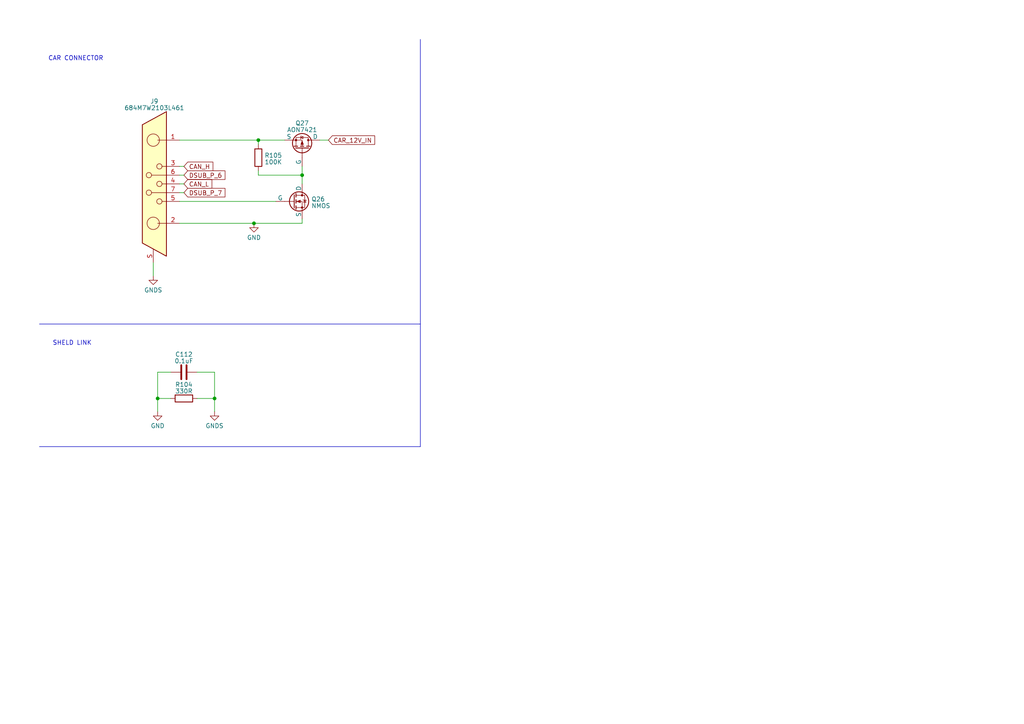
<source format=kicad_sch>
(kicad_sch (version 20230121) (generator eeschema)
  (paper "A4")
  (lib_symbols
    (symbol "CARTHING:D7P_Receptacle" (pin_names (offset 1.016) hide)
      (property "Reference" "J" (at 0.508 21.59 0))
      (property "Value" "D7P_Receptacle" (at 5.08 0 90))
      (symbol "D7P_Receptacle_0_1"
        (circle (center -1.778 -5.08) (radius 0.762))
        (circle (center -1.778 0) (radius 0.762))
        (circle (center -1.778 5.08) (radius 0.762))
        (circle (center 0 -11.43) (radius 1.7961))
        (polyline (pts (xy -3.81 -11.43) (xy -1.27 -11.43)))
        (polyline (pts (xy -3.81 -5.08) (xy -2.54 -5.08)))
        (polyline (pts (xy -3.81 -2.54) (xy 0.508 -2.54)))
        (polyline (pts (xy -3.81 0) (xy -2.54 0)))
        (polyline (pts (xy -3.81 2.54) (xy 0.508 2.54)))
        (polyline (pts (xy -3.81 5.08) (xy -2.54 5.08)))
        (polyline (pts (xy -3.81 12.7) (xy -1.27 12.7)))
        (polyline (pts (xy -3.81 20.955) (xy 3.175 17.145) (xy 3.175 -17.145) (xy -3.81 -20.955) (xy -3.81 20.955)) (stroke (width 0.254)) (fill (type background)))
        (circle (center 0 12.7) (radius 1.7961))
        (circle (center 1.27 -2.54) (radius 0.762))
        (circle (center 1.27 2.54) (radius 0.762))
      )
      (symbol "D7P_Receptacle_1_1"
        (pin passive line (at -7.62 12.7 0) (length 3.81) (name "1") (number "1"))
        (pin passive line (at -7.62 -11.43 0) (length 3.81) (name "2") (number "2"))
        (pin passive line (at -7.62 5.08 0) (length 3.81) (name "3") (number "3"))
        (pin passive line (at -7.62 0 0) (length 3.81) (name "4") (number "4"))
        (pin passive line (at -7.62 -5.08 0) (length 3.81) (name "5") (number "5"))
        (pin passive line (at -7.62 2.54 0) (length 3.81) (name "6") (number "6"))
        (pin passive line (at -7.62 -2.54 0) (length 3.81) (name "7") (number "7"))
        (pin passive line (at 0 -22.86 90) (length 3.81) (name "S") (number "S"))
      )
    )
    (symbol "Device:C" (pin_numbers hide) (pin_names (offset 0.254))
      (property "Reference" "C" (at 0.635 2.54 0))
      (property "Value" "C" (at 0.635 -2.54 0))
      (symbol "C_0_1"
        (polyline (pts (xy -2.032 -0.762) (xy 2.032 -0.762)) (stroke (width 0.508)))
        (polyline (pts (xy -2.032 0.762) (xy 2.032 0.762)) (stroke (width 0.508)))
      )
      (symbol "C_1_1"
        (pin passive line (at 0 3.81 270) (length 2.794) (name "~") (number "1"))
        (pin passive line (at 0 -3.81 90) (length 2.794) (name "~") (number "2"))
      )
    )
    (symbol "Device:R" (pin_numbers hide) (pin_names (offset 0))
      (property "Reference" "R" (at 2.032 0 90))
      (property "Value" "R" (at 0 0 90))
      (symbol "R_0_1"
        (rectangle (start -1.016 -2.54) (end 1.016 2.54) (stroke (width 0.254)))
      )
      (symbol "R_1_1"
        (pin passive line (at 0 3.81 270) (length 1.27) (name "~") (number "1"))
        (pin passive line (at 0 -3.81 90) (length 1.27) (name "~") (number "2"))
      )
    )
    (symbol "Simulation_SPICE:NMOS" (pin_numbers hide) (pin_names (offset 0))
      (property "Reference" "Q" (at 5.08 1.27 0))
      (property "Value" "NMOS" (at 5.08 -1.27 0))
      (symbol "NMOS_0_1"
        (polyline (pts (xy 0.254 0) (xy -2.54 0)))
        (polyline (pts (xy 0.254 1.905) (xy 0.254 -1.905)) (stroke (width 0.254)))
        (polyline (pts (xy 0.762 -1.27) (xy 0.762 -2.286)) (stroke (width 0.254)))
        (polyline (pts (xy 0.762 0.508) (xy 0.762 -0.508)) (stroke (width 0.254)))
        (polyline (pts (xy 0.762 2.286) (xy 0.762 1.27)) (stroke (width 0.254)))
        (polyline (pts (xy 2.54 2.54) (xy 2.54 1.778)))
        (polyline (pts (xy 2.54 -2.54) (xy 2.54 0) (xy 0.762 0)))
        (polyline (pts (xy 0.762 -1.778) (xy 3.302 -1.778) (xy 3.302 1.778) (xy 0.762 1.778)))
        (polyline (pts (xy 1.016 0) (xy 2.032 0.381) (xy 2.032 -0.381) (xy 1.016 0)) (fill (type outline)))
        (polyline (pts (xy 2.794 0.508) (xy 2.921 0.381) (xy 3.683 0.381) (xy 3.81 0.254)))
        (polyline (pts (xy 3.302 0.381) (xy 2.921 -0.254) (xy 3.683 -0.254) (xy 3.302 0.381)))
        (circle (center 1.651 0) (radius 2.794) (stroke (width 0.254)))
        (circle (center 2.54 -1.778) (radius 0.254) (fill (type outline)))
        (circle (center 2.54 1.778) (radius 0.254) (fill (type outline)))
      )
      (symbol "NMOS_1_1"
        (pin passive line (at 2.54 5.08 270) (length 2.54) (name "D") (number "1"))
        (pin input line (at -5.08 0 0) (length 2.54) (name "G") (number "2"))
        (pin passive line (at 2.54 -5.08 90) (length 2.54) (name "S") (number "3"))
      )
    )
    (symbol "Simulation_SPICE:PMOS" (pin_numbers hide) (pin_names (offset 0))
      (property "Reference" "Q" (at 5.08 1.27 0))
      (property "Value" "PMOS" (at 5.08 -1.27 0))
      (symbol "PMOS_0_1"
        (polyline (pts (xy 0.254 0) (xy -2.54 0)))
        (polyline (pts (xy 0.254 1.905) (xy 0.254 -1.905)) (stroke (width 0.254)))
        (polyline (pts (xy 0.762 -1.27) (xy 0.762 -2.286)) (stroke (width 0.254)))
        (polyline (pts (xy 0.762 0.508) (xy 0.762 -0.508)) (stroke (width 0.254)))
        (polyline (pts (xy 0.762 2.286) (xy 0.762 1.27)) (stroke (width 0.254)))
        (polyline (pts (xy 2.54 2.54) (xy 2.54 1.778)))
        (polyline (pts (xy 2.54 -2.54) (xy 2.54 0) (xy 0.762 0)))
        (polyline (pts (xy 0.762 1.778) (xy 3.302 1.778) (xy 3.302 -1.778) (xy 0.762 -1.778)))
        (polyline (pts (xy 2.286 0) (xy 1.27 0.381) (xy 1.27 -0.381) (xy 2.286 0)) (fill (type outline)))
        (polyline (pts (xy 2.794 -0.508) (xy 2.921 -0.381) (xy 3.683 -0.381) (xy 3.81 -0.254)))
        (polyline (pts (xy 3.302 -0.381) (xy 2.921 0.254) (xy 3.683 0.254) (xy 3.302 -0.381)))
        (circle (center 1.651 0) (radius 2.794) (stroke (width 0.254)))
        (circle (center 2.54 -1.778) (radius 0.254) (fill (type outline)))
        (circle (center 2.54 1.778) (radius 0.254) (fill (type outline)))
      )
      (symbol "PMOS_1_1"
        (pin passive line (at 2.54 5.08 270) (length 2.54) (name "D") (number "1"))
        (pin input line (at -5.08 0 0) (length 2.54) (name "G") (number "2"))
        (pin passive line (at 2.54 -5.08 90) (length 2.54) (name "S") (number "3"))
      )
    )
    (symbol "power:GND" (power) (pin_names (offset 0))
      (property "Value" "GND" (at 0 -3.81 0))
      (symbol "GND_0_1"
        (polyline (pts (xy 0 0) (xy 0 -1.27) (xy 1.27 -1.27) (xy 0 -2.54) (xy -1.27 -1.27) (xy 0 -1.27)))
      )
      (symbol "GND_1_1"
        (pin power_in line (at 0 0 270) (length 0) hide (name "GND") (number "1"))
      )
    )
    (symbol "power:GNDS" (power) (pin_names (offset 0))
      (property "Value" "GNDS" (at 0 -3.81 0))
      (symbol "GNDS_0_1"
        (polyline (pts (xy 0 0) (xy 0 -1.27) (xy 1.27 -1.27) (xy 0 -2.54) (xy -1.27 -1.27) (xy 0 -1.27)))
      )
      (symbol "GNDS_1_1"
        (pin power_in line (at 0 0 270) (length 0) hide (name "GNDS") (number "1"))
      )
    )
  )
  (junction (at 62.23 115.57))
  (junction (at 87.63 50.8))
  (junction (at 74.93 40.64))
  (junction (at 45.72 115.57))
  (junction (at 73.66 64.77))
  (wire (pts (xy 74.93 40.64) (xy 82.55 40.64)))
  (wire (pts (xy 52.07 40.64) (xy 74.93 40.64)))
  (wire (pts (xy 73.66 64.77) (xy 87.63 64.77)))
  (polyline (pts (xy 11.43 129.54) (xy 121.92 129.54)))
  (wire (pts (xy 74.93 50.8) (xy 87.63 50.8)))
  (wire (pts (xy 62.23 115.57) (xy 62.23 119.38)))
  (wire (pts (xy 52.07 53.34) (xy 53.34 53.34)))
  (wire (pts (xy 87.63 50.8) (xy 87.63 53.34)))
  (wire (pts (xy 45.72 115.57) (xy 45.72 107.95)))
  (wire (pts (xy 52.07 58.42) (xy 80.01 58.42)))
  (wire (pts (xy 74.93 49.53) (xy 74.93 50.8)))
  (polyline (pts (xy 121.92 93.98) (xy 121.92 129.54)))
  (wire (pts (xy 57.15 115.57) (xy 62.23 115.57)))
  (wire (pts (xy 62.23 107.95) (xy 62.23 115.57)))
  (wire (pts (xy 57.15 107.95) (xy 62.23 107.95)))
  (wire (pts (xy 87.63 64.77) (xy 87.63 63.5)))
  (wire (pts (xy 45.72 107.95) (xy 49.53 107.95)))
  (wire (pts (xy 87.63 50.8) (xy 87.63 48.26)))
  (wire (pts (xy 74.93 40.64) (xy 74.93 41.91)))
  (wire (pts (xy 45.72 119.38) (xy 45.72 115.57)))
  (wire (pts (xy 52.07 55.88) (xy 53.34 55.88)))
  (wire (pts (xy 52.07 64.77) (xy 73.66 64.77)))
  (wire (pts (xy 44.45 76.2) (xy 44.45 80.01)))
  (wire (pts (xy 52.07 48.26) (xy 53.34 48.26)))
  (polyline (pts (xy 121.92 11.43) (xy 121.92 93.98)))
  (wire (pts (xy 52.07 50.8) (xy 53.34 50.8)))
  (polyline (pts (xy 11.43 93.98) (xy 121.92 93.98)))
  (wire (pts (xy 45.72 115.57) (xy 49.53 115.57)))
  (wire (pts (xy 92.71 40.64) (xy 95.25 40.64)))
  (text "SHELD LINK" (at 15.24 100.33 0) (effects (font (size 1.27 1.27)) (justify left bottom)))
  (text "CAR CONNECTOR" (at 13.97 17.78 0) (effects (font (size 1.27 1.27)) (justify left bottom)))
  (global_label "DSUB_P_7" (shape input) (at 53.34 55.88 0) (property "Intersheetrefs" "${INTERSHEET_REFS}" (effects hide)))
  (global_label "CAN_H" (shape input) (at 53.34 48.26 0) (property "Intersheetrefs" "${INTERSHEET_REFS}" (effects hide)))
  (global_label "CAN_L" (shape input) (at 53.34 53.34 0) (property "Intersheetrefs" "${INTERSHEET_REFS}" (effects hide)))
  (global_label "DSUB_P_6" (shape input) (at 53.34 50.8 0) (property "Intersheetrefs" "${INTERSHEET_REFS}" (effects hide)))
  (global_label "CAR_12V_IN" (shape input) (at 95.25 40.64 0) (property "Intersheetrefs" "${INTERSHEET_REFS}" (effects hide)))
  (symbol (lib_id "Device:R") (at 53.34 115.57 90) (unit 1)
    (property "Reference" "R104" (at 53.34 111.5441 90))
    (property "Value" "330R" (at 53.34 113.4651 90))
  )
  (symbol (lib_id "power:GNDS") (at 44.45 80.01 0) (unit 1)
    (property "Reference" "#PWR0142" (effects hide))
    (property "Value" "GNDS" (at 44.45 84.1455 0))
  )
  (symbol (lib_id "Device:C") (at 53.34 107.95 90) (unit 1)
    (property "Reference" "C112" (at 53.34 102.7811 90))
    (property "Value" "0.1uF" (at 53.34 104.7021 90))
    (property "Footprint" "Capacitor_SMD:C_0603_1608Metric" (effects hide))
  )
  (symbol (lib_id "CARTHING:D7P_Receptacle") (at 44.45 53.34 0) (mirror y) (unit 1)
    (property "Reference" "J9" (at 44.7675 29.3751 0))
    (property "Value" "684M7W2103L461" (at 44.7675 31.2961 0))
    (property "Datasheet" " ~" (effects hide))
  )
  (symbol (lib_id "Simulation_SPICE:PMOS") (at 87.63 43.18 270) (mirror x) (unit 1)
    (property "Reference" "Q27" (at 87.63 35.7251 90))
    (property "Value" "AON7421" (at 87.63 37.6461 90))
    (property "Footprint" "Package_DFN_QFN:PQFN-8-EP_6x5mm_P1.27mm_Generic" (effects hide))
    (property "Datasheet" "https://ngspice.sourceforge.io/docs/ngspice-manual.pdf" (effects hide))
    (property "Sim.Device" "PMOS" (effects hide))
    (property "Sim.Type" "VDMOS" (effects hide))
    (property "Sim.Pins" "1=D 2=G 3=S" (effects hide))
  )
  (symbol (lib_id "power:GND") (at 45.72 119.38 0) (unit 1)
    (property "Reference" "#PWR0143" (effects hide))
    (property "Value" "GND" (at 45.72 123.5155 0))
  )
  (symbol (lib_id "Device:R") (at 74.93 45.72 0) (unit 1)
    (property "Reference" "R105" (at 76.708 45.0763 0) (effects (justify left)))
    (property "Value" "100K" (at 76.708 46.9973 0) (effects (justify left)))
  )
  (symbol (lib_id "power:GNDS") (at 62.23 119.38 0) (unit 1)
    (property "Reference" "#PWR0144" (effects hide))
    (property "Value" "GNDS" (at 62.23 123.5155 0))
  )
  (symbol (lib_id "power:GND") (at 73.66 64.77 0) (unit 1)
    (property "Reference" "#PWR0145" (effects hide))
    (property "Value" "GND" (at 73.66 68.9055 0))
  )
  (symbol (lib_id "Simulation_SPICE:NMOS") (at 85.09 58.42 0) (unit 1)
    (property "Reference" "Q26" (at 90.297 57.7763 0) (effects (justify left)))
    (property "Value" "NMOS" (at 90.297 59.6973 0) (effects (justify left)))
    (property "Footprint" "Package_TO_SOT_SMD:SOT-416" (effects hide))
    (property "Datasheet" "https://ngspice.sourceforge.io/docs/ngspice-manual.pdf" (effects hide))
    (property "Sim.Device" "NMOS" (effects hide))
    (property "Sim.Type" "VDMOS" (effects hide))
    (property "Sim.Pins" "1=D 2=G 3=S" (effects hide))
  )
)
</source>
